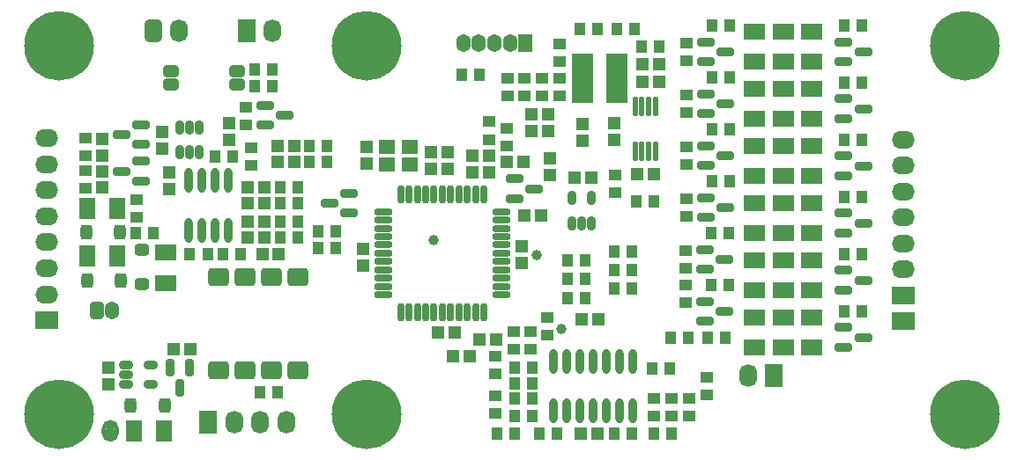
<source format=gts>
G04*
G04 #@! TF.GenerationSoftware,Altium Limited,Altium Designer,20.0.13 (296)*
G04*
G04 Layer_Color=8388736*
%FSLAX43Y43*%
%MOMM*%
G71*
G01*
G75*
%ADD39C,0.450*%
%ADD40R,1.700X0.225*%
%ADD41R,1.150X0.400*%
%ADD42R,1.203X1.203*%
%ADD43R,1.103X1.203*%
%ADD44R,1.203X1.203*%
%ADD45R,2.003X4.703*%
%ADD46O,0.553X1.903*%
%ADD47R,1.203X1.103*%
G04:AMPARAMS|DCode=48|XSize=0.803mm|YSize=1.303mm|CornerRadius=0.252mm|HoleSize=0mm|Usage=FLASHONLY|Rotation=180.000|XOffset=0mm|YOffset=0mm|HoleType=Round|Shape=RoundedRectangle|*
%AMROUNDEDRECTD48*
21,1,0.803,0.800,0,0,180.0*
21,1,0.300,1.303,0,0,180.0*
1,1,0.503,-0.150,0.400*
1,1,0.503,0.150,0.400*
1,1,0.503,0.150,-0.400*
1,1,0.503,-0.150,-0.400*
%
%ADD48ROUNDEDRECTD48*%
G04:AMPARAMS|DCode=49|XSize=0.803mm|YSize=1.303mm|CornerRadius=0.252mm|HoleSize=0mm|Usage=FLASHONLY|Rotation=90.000|XOffset=0mm|YOffset=0mm|HoleType=Round|Shape=RoundedRectangle|*
%AMROUNDEDRECTD49*
21,1,0.803,0.800,0,0,90.0*
21,1,0.300,1.303,0,0,90.0*
1,1,0.503,0.400,0.150*
1,1,0.503,0.400,-0.150*
1,1,0.503,-0.400,-0.150*
1,1,0.503,-0.400,0.150*
%
%ADD49ROUNDEDRECTD49*%
G04:AMPARAMS|DCode=50|XSize=1.422mm|YSize=1.118mm|CornerRadius=0.284mm|HoleSize=0mm|Usage=FLASHONLY|Rotation=90.000|XOffset=0mm|YOffset=0mm|HoleType=Round|Shape=RoundedRectangle|*
%AMROUNDEDRECTD50*
21,1,1.422,0.549,0,0,90.0*
21,1,0.853,1.118,0,0,90.0*
1,1,0.569,0.274,0.427*
1,1,0.569,0.274,-0.427*
1,1,0.569,-0.274,-0.427*
1,1,0.569,-0.274,0.427*
%
%ADD50ROUNDEDRECTD50*%
%ADD51R,2.003X1.503*%
G04:AMPARAMS|DCode=52|XSize=0.803mm|YSize=1.703mm|CornerRadius=0.252mm|HoleSize=0mm|Usage=FLASHONLY|Rotation=90.000|XOffset=0mm|YOffset=0mm|HoleType=Round|Shape=RoundedRectangle|*
%AMROUNDEDRECTD52*
21,1,0.803,1.200,0,0,90.0*
21,1,0.300,1.703,0,0,90.0*
1,1,0.503,0.600,0.150*
1,1,0.503,0.600,-0.150*
1,1,0.503,-0.600,-0.150*
1,1,0.503,-0.600,0.150*
%
%ADD52ROUNDEDRECTD52*%
G04:AMPARAMS|DCode=53|XSize=1.103mm|YSize=1.503mm|CornerRadius=0.282mm|HoleSize=0mm|Usage=FLASHONLY|Rotation=90.000|XOffset=0mm|YOffset=0mm|HoleType=Round|Shape=RoundedRectangle|*
%AMROUNDEDRECTD53*
21,1,1.103,0.940,0,0,90.0*
21,1,0.540,1.503,0,0,90.0*
1,1,0.563,0.470,0.270*
1,1,0.563,0.470,-0.270*
1,1,0.563,-0.470,-0.270*
1,1,0.563,-0.470,0.270*
%
%ADD53ROUNDEDRECTD53*%
%ADD54O,0.753X1.803*%
%ADD55O,1.803X0.753*%
G04:AMPARAMS|DCode=56|XSize=1.981mm|YSize=1.727mm|CornerRadius=0.292mm|HoleSize=0mm|Usage=FLASHONLY|Rotation=0.000|XOffset=0mm|YOffset=0mm|HoleType=Round|Shape=RoundedRectangle|*
%AMROUNDEDRECTD56*
21,1,1.981,1.143,0,0,0.0*
21,1,1.397,1.727,0,0,0.0*
1,1,0.584,0.699,-0.572*
1,1,0.584,-0.699,-0.572*
1,1,0.584,-0.699,0.572*
1,1,0.584,0.699,0.572*
%
%ADD56ROUNDEDRECTD56*%
G04:AMPARAMS|DCode=57|XSize=1.422mm|YSize=1.118mm|CornerRadius=0.284mm|HoleSize=0mm|Usage=FLASHONLY|Rotation=180.000|XOffset=0mm|YOffset=0mm|HoleType=Round|Shape=RoundedRectangle|*
%AMROUNDEDRECTD57*
21,1,1.422,0.549,0,0,180.0*
21,1,0.853,1.118,0,0,180.0*
1,1,0.569,-0.427,0.274*
1,1,0.569,0.427,0.274*
1,1,0.569,0.427,-0.274*
1,1,0.569,-0.427,-0.274*
%
%ADD57ROUNDEDRECTD57*%
%ADD58R,1.503X2.003*%
%ADD59C,1.003*%
G04:AMPARAMS|DCode=60|XSize=0.803mm|YSize=1.703mm|CornerRadius=0.252mm|HoleSize=0mm|Usage=FLASHONLY|Rotation=0.000|XOffset=0mm|YOffset=0mm|HoleType=Round|Shape=RoundedRectangle|*
%AMROUNDEDRECTD60*
21,1,0.803,1.200,0,0,0.0*
21,1,0.300,1.703,0,0,0.0*
1,1,0.503,0.150,-0.600*
1,1,0.503,-0.150,-0.600*
1,1,0.503,-0.150,0.600*
1,1,0.503,0.150,0.600*
%
%ADD60ROUNDEDRECTD60*%
G04:AMPARAMS|DCode=61|XSize=1.603mm|YSize=1.403mm|CornerRadius=0.252mm|HoleSize=0mm|Usage=FLASHONLY|Rotation=0.000|XOffset=0mm|YOffset=0mm|HoleType=Round|Shape=RoundedRectangle|*
%AMROUNDEDRECTD61*
21,1,1.603,0.900,0,0,0.0*
21,1,1.100,1.403,0,0,0.0*
1,1,0.503,0.550,-0.450*
1,1,0.503,-0.550,-0.450*
1,1,0.503,-0.550,0.450*
1,1,0.503,0.550,0.450*
%
%ADD61ROUNDEDRECTD61*%
%ADD62O,0.803X2.403*%
%ADD63C,6.703*%
%ADD64R,1.353X1.703*%
%ADD65O,1.353X1.703*%
%ADD66O,1.703X2.203*%
G04:AMPARAMS|DCode=67|XSize=1.703mm|YSize=2.203mm|CornerRadius=0.477mm|HoleSize=0mm|Usage=FLASHONLY|Rotation=0.000|XOffset=0mm|YOffset=0mm|HoleType=Round|Shape=RoundedRectangle|*
%AMROUNDEDRECTD67*
21,1,1.703,1.250,0,0,0.0*
21,1,0.750,2.203,0,0,0.0*
1,1,0.953,0.375,-0.625*
1,1,0.953,-0.375,-0.625*
1,1,0.953,-0.375,0.625*
1,1,0.953,0.375,0.625*
%
%ADD67ROUNDEDRECTD67*%
%ADD68R,1.703X2.203*%
%ADD69O,2.203X1.703*%
%ADD70R,2.203X1.703*%
G04:AMPARAMS|DCode=71|XSize=1.353mm|YSize=1.703mm|CornerRadius=0.389mm|HoleSize=0mm|Usage=FLASHONLY|Rotation=0.000|XOffset=0mm|YOffset=0mm|HoleType=Round|Shape=RoundedRectangle|*
%AMROUNDEDRECTD71*
21,1,1.353,0.925,0,0,0.0*
21,1,0.575,1.703,0,0,0.0*
1,1,0.778,0.288,-0.463*
1,1,0.778,-0.288,-0.463*
1,1,0.778,-0.288,0.463*
1,1,0.778,0.288,0.463*
%
%ADD71ROUNDEDRECTD71*%
D39*
X78025Y102125D02*
G03*
X76775Y102125I-625J0D01*
G01*
Y101675D02*
G03*
X78025Y101675I625J0D01*
G01*
D40*
X77400Y102012D02*
D03*
X77400Y101787D02*
D03*
D41*
X77375Y102275D02*
D03*
X77425Y101525D02*
D03*
D42*
X125800Y131500D02*
D03*
Y129900D02*
D03*
X122800Y129800D02*
D03*
Y131400D02*
D03*
X113800Y128400D02*
D03*
Y126800D02*
D03*
X119500Y130800D02*
D03*
Y132400D02*
D03*
X117900Y130800D02*
D03*
Y132400D02*
D03*
X77200Y108000D02*
D03*
Y106400D02*
D03*
X112200Y126800D02*
D03*
Y128400D02*
D03*
X101700Y119400D02*
D03*
Y117800D02*
D03*
X119600Y128100D02*
D03*
Y126500D02*
D03*
X83100Y126800D02*
D03*
Y125200D02*
D03*
X76600Y128400D02*
D03*
Y130000D02*
D03*
Y125300D02*
D03*
Y126900D02*
D03*
X88800Y131500D02*
D03*
Y129900D02*
D03*
X82400Y129100D02*
D03*
Y130700D02*
D03*
X102000Y129200D02*
D03*
Y127600D02*
D03*
X116900Y119700D02*
D03*
Y118100D02*
D03*
D43*
X124250Y140600D02*
D03*
X122550D02*
D03*
X130150Y138900D02*
D03*
X128450D02*
D03*
X127750Y140600D02*
D03*
X126050D02*
D03*
X127950Y124000D02*
D03*
X129650D02*
D03*
X91750Y105600D02*
D03*
X93450D02*
D03*
X125850Y119200D02*
D03*
X127550D02*
D03*
X135200Y140900D02*
D03*
X136900D02*
D03*
X149650D02*
D03*
X147950D02*
D03*
X121350Y118300D02*
D03*
X123050D02*
D03*
X135200Y135900D02*
D03*
X136900D02*
D03*
X149650Y135400D02*
D03*
X147950D02*
D03*
X117950Y108000D02*
D03*
X116250D02*
D03*
X111200Y136200D02*
D03*
X112900D02*
D03*
X125850Y117400D02*
D03*
X127550D02*
D03*
X135200Y130900D02*
D03*
X136900D02*
D03*
X149650Y129900D02*
D03*
X147950D02*
D03*
X116250Y103300D02*
D03*
X117950D02*
D03*
X117950Y105000D02*
D03*
X116250D02*
D03*
Y101600D02*
D03*
X114550D02*
D03*
X121350Y116500D02*
D03*
X123050D02*
D03*
X120350Y101600D02*
D03*
X118650D02*
D03*
X135200Y125900D02*
D03*
X136900D02*
D03*
X149650Y124400D02*
D03*
X147950D02*
D03*
X136500Y110900D02*
D03*
X134800D02*
D03*
X132950D02*
D03*
X131250D02*
D03*
X125850Y115600D02*
D03*
X127550D02*
D03*
X135100Y120900D02*
D03*
X136800D02*
D03*
X131150Y107900D02*
D03*
X129450D02*
D03*
X149650Y118900D02*
D03*
X147950D02*
D03*
X117950Y106500D02*
D03*
X116250D02*
D03*
X92950Y136700D02*
D03*
X91250D02*
D03*
X121350Y114700D02*
D03*
X123050D02*
D03*
X129650Y101600D02*
D03*
X131350D02*
D03*
X135100Y115900D02*
D03*
X136800D02*
D03*
X149650Y113400D02*
D03*
X147950D02*
D03*
X127550Y101600D02*
D03*
X125850D02*
D03*
X91250Y135100D02*
D03*
X92950D02*
D03*
X98250Y129300D02*
D03*
X96550D02*
D03*
X98250Y127800D02*
D03*
X96550D02*
D03*
X95450Y125300D02*
D03*
X93750D02*
D03*
X95450Y123800D02*
D03*
X93750D02*
D03*
X81550Y120900D02*
D03*
X79850D02*
D03*
X89150Y128300D02*
D03*
X87450D02*
D03*
X89950Y118900D02*
D03*
X88250D02*
D03*
X95450Y122000D02*
D03*
X93750D02*
D03*
X95450Y120500D02*
D03*
X93750D02*
D03*
X86750Y118900D02*
D03*
X85050D02*
D03*
X97350Y119500D02*
D03*
X99050D02*
D03*
X97350Y121100D02*
D03*
X99050D02*
D03*
D44*
X130100Y135500D02*
D03*
X128500D02*
D03*
X129600Y126600D02*
D03*
X128000D02*
D03*
X128500Y137200D02*
D03*
X130100D02*
D03*
X122000Y126300D02*
D03*
X123600D02*
D03*
X95100Y127800D02*
D03*
X93500D02*
D03*
X95100Y129300D02*
D03*
X93500D02*
D03*
X124200Y101600D02*
D03*
X122600D02*
D03*
X114500Y110700D02*
D03*
X112900D02*
D03*
X111900Y109100D02*
D03*
X110300D02*
D03*
X122700Y112600D02*
D03*
X124300D02*
D03*
X115500Y127800D02*
D03*
X117100D02*
D03*
X108200Y127100D02*
D03*
X109800D02*
D03*
X118800Y122600D02*
D03*
X117200D02*
D03*
X92000Y118900D02*
D03*
X93600D02*
D03*
X85100Y109800D02*
D03*
X83500D02*
D03*
X92200Y120500D02*
D03*
X90600D02*
D03*
X92200Y122000D02*
D03*
X90600D02*
D03*
X92200Y123800D02*
D03*
X90600D02*
D03*
X92200Y125300D02*
D03*
X90600D02*
D03*
X109800Y128700D02*
D03*
X108200D02*
D03*
X110500Y111400D02*
D03*
X108900D02*
D03*
D45*
X126050Y135800D02*
D03*
X122750D02*
D03*
D46*
X127825Y128850D02*
D03*
X128475D02*
D03*
X129125D02*
D03*
X129775D02*
D03*
X127825Y133150D02*
D03*
X128475D02*
D03*
X129125D02*
D03*
X129775D02*
D03*
D47*
X125900Y124850D02*
D03*
Y126550D02*
D03*
X113800Y129950D02*
D03*
Y131650D02*
D03*
X115500Y131050D02*
D03*
Y129350D02*
D03*
X134700Y107050D02*
D03*
Y105350D02*
D03*
X132800Y139250D02*
D03*
Y137550D02*
D03*
X120600Y135850D02*
D03*
Y134150D02*
D03*
X118900Y135850D02*
D03*
Y134150D02*
D03*
X120600Y139150D02*
D03*
Y137450D02*
D03*
X117200Y134150D02*
D03*
Y135850D02*
D03*
X115600Y135850D02*
D03*
Y134150D02*
D03*
X132800Y134250D02*
D03*
Y132550D02*
D03*
X117800Y109750D02*
D03*
Y111450D02*
D03*
X119400Y111150D02*
D03*
Y112850D02*
D03*
X132800Y129250D02*
D03*
Y127550D02*
D03*
X116200Y111450D02*
D03*
Y109750D02*
D03*
X114400Y109050D02*
D03*
Y107350D02*
D03*
X132800Y124250D02*
D03*
Y122550D02*
D03*
X114400Y105250D02*
D03*
Y103550D02*
D03*
X90400Y133050D02*
D03*
Y131350D02*
D03*
X132700Y119250D02*
D03*
Y117550D02*
D03*
X133000Y105050D02*
D03*
Y103350D02*
D03*
X132700Y114250D02*
D03*
Y115950D02*
D03*
X129600Y105050D02*
D03*
Y103350D02*
D03*
X131300Y105050D02*
D03*
Y103350D02*
D03*
X90900Y129150D02*
D03*
Y127450D02*
D03*
X79900Y124150D02*
D03*
Y122450D02*
D03*
X75000Y128350D02*
D03*
Y130050D02*
D03*
Y126950D02*
D03*
Y125250D02*
D03*
D48*
X121750Y121900D02*
D03*
X122700D02*
D03*
X123650D02*
D03*
Y124300D02*
D03*
X121750D02*
D03*
X84050Y131100D02*
D03*
X85000D02*
D03*
X85950D02*
D03*
Y128700D02*
D03*
X85000D02*
D03*
X84050D02*
D03*
D49*
X81300Y108250D02*
D03*
Y106350D02*
D03*
X78900D02*
D03*
Y107300D02*
D03*
Y108250D02*
D03*
D50*
X79362Y104300D02*
D03*
X82638D02*
D03*
X78438Y116400D02*
D03*
X75162D02*
D03*
X78338Y121000D02*
D03*
X75062D02*
D03*
D51*
X139300Y140350D02*
D03*
Y137450D02*
D03*
X142050Y140350D02*
D03*
Y137450D02*
D03*
X144800Y140350D02*
D03*
Y137450D02*
D03*
X139300Y134850D02*
D03*
Y131950D02*
D03*
X142050Y134850D02*
D03*
Y131950D02*
D03*
X144800Y134850D02*
D03*
Y131950D02*
D03*
X139300Y129350D02*
D03*
Y126450D02*
D03*
X142050Y129350D02*
D03*
Y126450D02*
D03*
X144800Y129350D02*
D03*
Y126450D02*
D03*
X139300Y123850D02*
D03*
Y120950D02*
D03*
X142050Y123850D02*
D03*
Y120950D02*
D03*
X144800Y123850D02*
D03*
Y120950D02*
D03*
X139300Y118350D02*
D03*
Y115450D02*
D03*
X142050Y118350D02*
D03*
Y115450D02*
D03*
X144800Y118350D02*
D03*
Y115450D02*
D03*
X139300Y112850D02*
D03*
Y109950D02*
D03*
X142050Y112850D02*
D03*
Y109950D02*
D03*
X144800Y112850D02*
D03*
Y109950D02*
D03*
X82700Y119050D02*
D03*
Y116150D02*
D03*
D52*
X147850Y139350D02*
D03*
Y137450D02*
D03*
X149750Y138400D02*
D03*
X147850Y133850D02*
D03*
Y131950D02*
D03*
X149750Y132900D02*
D03*
X147850Y128350D02*
D03*
Y126450D02*
D03*
X149750Y127400D02*
D03*
X147850Y122850D02*
D03*
Y120950D02*
D03*
X149750Y121900D02*
D03*
X147850Y117350D02*
D03*
Y115450D02*
D03*
X149750Y116400D02*
D03*
X147850Y111850D02*
D03*
Y109950D02*
D03*
X149750Y110900D02*
D03*
X134500Y114350D02*
D03*
Y112450D02*
D03*
X136400Y113400D02*
D03*
X134500Y119350D02*
D03*
Y117450D02*
D03*
X136400Y118400D02*
D03*
X92250Y133250D02*
D03*
Y131350D02*
D03*
X94150Y132300D02*
D03*
X134600Y124350D02*
D03*
Y122450D02*
D03*
X136500Y123400D02*
D03*
X134600Y129350D02*
D03*
Y127450D02*
D03*
X136500Y128400D02*
D03*
X134600Y134350D02*
D03*
Y132450D02*
D03*
X136500Y133400D02*
D03*
X134600Y139350D02*
D03*
Y137450D02*
D03*
X136500Y138400D02*
D03*
X80350Y125950D02*
D03*
Y127850D02*
D03*
X78450Y126900D02*
D03*
X80350Y129450D02*
D03*
Y131350D02*
D03*
X78450Y130400D02*
D03*
X100350Y122850D02*
D03*
Y124750D02*
D03*
X98450Y123800D02*
D03*
X116250Y126150D02*
D03*
Y124250D02*
D03*
X118150Y125200D02*
D03*
D53*
X89550Y135265D02*
D03*
Y136535D02*
D03*
X83250D02*
D03*
Y135265D02*
D03*
D54*
X105300Y113350D02*
D03*
X106100D02*
D03*
X106900D02*
D03*
X107700D02*
D03*
X108500D02*
D03*
X109300D02*
D03*
X110100D02*
D03*
X110900D02*
D03*
X111700D02*
D03*
X112500D02*
D03*
X113300D02*
D03*
Y124650D02*
D03*
X112500D02*
D03*
X111700D02*
D03*
X110900D02*
D03*
X110100D02*
D03*
X109300D02*
D03*
X108500D02*
D03*
X107700D02*
D03*
X106900D02*
D03*
X106100D02*
D03*
X105300D02*
D03*
D55*
X114950Y115000D02*
D03*
Y115800D02*
D03*
Y116600D02*
D03*
Y117400D02*
D03*
Y118200D02*
D03*
Y119000D02*
D03*
Y119800D02*
D03*
Y120600D02*
D03*
Y121400D02*
D03*
Y122200D02*
D03*
Y123000D02*
D03*
X103650D02*
D03*
Y122200D02*
D03*
Y121400D02*
D03*
Y120600D02*
D03*
Y119800D02*
D03*
Y119000D02*
D03*
Y118200D02*
D03*
Y117400D02*
D03*
Y116600D02*
D03*
Y115800D02*
D03*
Y115000D02*
D03*
D56*
X95410Y107691D02*
D03*
X92870D02*
D03*
X90330D02*
D03*
X87790D02*
D03*
Y116709D02*
D03*
X90330D02*
D03*
X92870D02*
D03*
X95410D02*
D03*
D57*
X80400Y116062D02*
D03*
Y119338D02*
D03*
D58*
X78050Y123300D02*
D03*
X75150D02*
D03*
X78050Y118700D02*
D03*
X75150D02*
D03*
X82550Y101900D02*
D03*
X79650D02*
D03*
D59*
X77400Y102400D02*
D03*
Y101400D02*
D03*
X108500Y120300D02*
D03*
X118400Y118800D02*
D03*
X120700Y111700D02*
D03*
D60*
X85050Y107950D02*
D03*
X83150D02*
D03*
X84100Y106050D02*
D03*
D61*
X104000Y127550D02*
D03*
X106200D02*
D03*
X104000Y129250D02*
D03*
X106200D02*
D03*
D62*
X127610Y108600D02*
D03*
X126340D02*
D03*
X125070D02*
D03*
X123800D02*
D03*
X122530D02*
D03*
X121260D02*
D03*
X119990D02*
D03*
X127610Y103800D02*
D03*
X126340D02*
D03*
X125070D02*
D03*
X123800D02*
D03*
X122530D02*
D03*
X121260D02*
D03*
X119990D02*
D03*
X84895Y121200D02*
D03*
X86165D02*
D03*
X87435D02*
D03*
X88705D02*
D03*
X84895Y126000D02*
D03*
X86165D02*
D03*
X87435D02*
D03*
X88705D02*
D03*
D63*
X72500Y139000D02*
D03*
Y103500D02*
D03*
X102000D02*
D03*
X159500D02*
D03*
Y139000D02*
D03*
X102000D02*
D03*
D64*
X117300Y139200D02*
D03*
D65*
X115800D02*
D03*
X114300D02*
D03*
X112800D02*
D03*
X111300D02*
D03*
X77600Y113500D02*
D03*
D66*
X84000Y140400D02*
D03*
X93000D02*
D03*
X89300Y102700D02*
D03*
X91800D02*
D03*
X94300D02*
D03*
X138650Y107200D02*
D03*
D67*
X81500Y140400D02*
D03*
D68*
X90500D02*
D03*
X86800Y102700D02*
D03*
X141150Y107200D02*
D03*
D69*
X71300Y130050D02*
D03*
Y122550D02*
D03*
Y125050D02*
D03*
Y127550D02*
D03*
Y120050D02*
D03*
Y117550D02*
D03*
Y115050D02*
D03*
X153600Y129950D02*
D03*
Y127450D02*
D03*
Y124950D02*
D03*
Y122450D02*
D03*
Y119950D02*
D03*
Y117450D02*
D03*
D70*
X71300Y112550D02*
D03*
X153600Y112450D02*
D03*
Y114950D02*
D03*
D71*
X76100Y113500D02*
D03*
M02*

</source>
